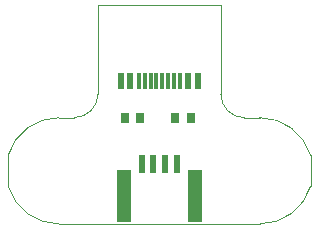
<source format=gtp>
G04*
G04 #@! TF.GenerationSoftware,Altium Limited,Altium Designer,21.3.2 (30)*
G04*
G04 Layer_Color=8421504*
%FSLAX43Y43*%
%MOMM*%
G71*
G04*
G04 #@! TF.SameCoordinates,18D36F19-11BE-4002-80CD-DBD72E8668B0*
G04*
G04*
G04 #@! TF.FilePolarity,Positive*
G04*
G01*
G75*
%ADD11C,0.100*%
%ADD12R,1.200X4.400*%
%ADD13R,0.600X1.550*%
%ADD14R,0.300X1.450*%
%ADD15R,0.600X1.450*%
%ADD16R,0.800X0.850*%
D11*
X102500Y110500D02*
G03*
X98200Y107327I0J-4500D01*
G01*
X119500Y101500D02*
G03*
X123800Y104673I0J4500D01*
G01*
Y107327D02*
G03*
X119500Y110500I-4300J-1327D01*
G01*
X98200Y104673D02*
G03*
X102500Y101500I4300J1327D01*
G01*
X116200Y112500D02*
G03*
X118200Y110500I2000J0D01*
G01*
X103800D02*
G03*
X105800Y112500I0J2000D01*
G01*
X118200Y110500D02*
X119500D01*
X123800Y104673D02*
Y107327D01*
X102500Y110500D02*
X103800D01*
X116200Y112500D02*
Y120000D01*
X102500Y101500D02*
X119500D01*
X98200Y104673D02*
Y107327D01*
X105800Y112500D02*
Y120000D01*
X116200D01*
D12*
X108000Y103900D02*
D03*
X114000D02*
D03*
D13*
X109500Y106575D02*
D03*
X110500D02*
D03*
X111500D02*
D03*
X112500D02*
D03*
D14*
X110750Y113600D02*
D03*
X111750D02*
D03*
X111250D02*
D03*
X110250D02*
D03*
X109750D02*
D03*
X112250D02*
D03*
X112750D02*
D03*
X109250D02*
D03*
D15*
X113450D02*
D03*
X108550D02*
D03*
X114250D02*
D03*
X107750D02*
D03*
D16*
X108050Y110500D02*
D03*
X109350D02*
D03*
X112350D02*
D03*
X113650D02*
D03*
M02*

</source>
